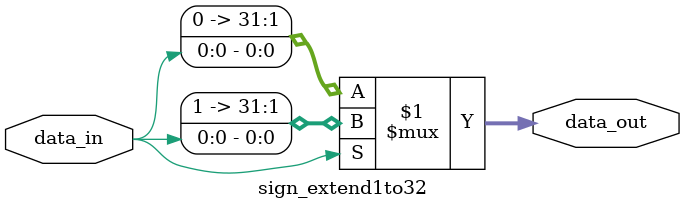
<source format=v>
module sign_extend1to32(
    input wire data_in,
    output wire [31:0] data_out
);

    assign data_out = (data_in) ? {{31{1'b1}}, data_in} : {{31{1'b0}}, data_in};
    

endmodule
</source>
